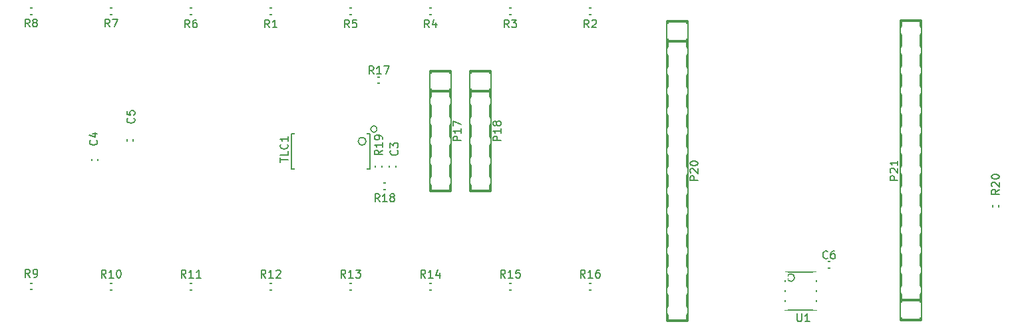
<source format=gbr>
G04 #@! TF.FileFunction,Legend,Top*
%FSLAX46Y46*%
G04 Gerber Fmt 4.6, Leading zero omitted, Abs format (unit mm)*
G04 Created by KiCad (PCBNEW (2015-09-30 BZR 6232)-product) date Fri 09 Oct 2015 07:53:00 AM EEST*
%MOMM*%
G01*
G04 APERTURE LIST*
%ADD10C,0.100000*%
%ADD11C,0.127000*%
%ADD12C,0.304800*%
%ADD13C,0.150000*%
%ADD14O,2.599640X1.924000*%
%ADD15O,2.597100X1.924000*%
%ADD16R,3.399740X3.399740*%
%ADD17C,3.399740*%
%ADD18O,2.899360X1.901140*%
%ADD19R,1.400760X1.299160*%
%ADD20R,2.599640X1.924000*%
%ADD21R,1.299160X1.400760*%
%ADD22R,0.700000X2.000000*%
%ADD23R,6.570000X2.800000*%
%ADD24R,2.398980X0.999440*%
%ADD25R,1.700000X1.700000*%
%ADD26C,1.700000*%
%ADD27R,1.924000X2.599640*%
%ADD28O,1.924000X2.599640*%
G04 APERTURE END LIST*
D10*
D11*
X126843600Y-114308800D02*
X127656400Y-114308800D01*
X127631000Y-113191200D02*
X126843600Y-113191200D01*
X127656400Y-112937200D02*
X127656400Y-114562800D01*
X127656400Y-114562800D02*
X126843600Y-114562800D01*
X126843600Y-114562800D02*
X126843600Y-112937200D01*
X126843600Y-112937200D02*
X127656400Y-112937200D01*
X88943600Y-113459840D02*
X89756400Y-113459840D01*
X89731000Y-112342240D02*
X88943600Y-112342240D01*
X89756400Y-112088240D02*
X89756400Y-113713840D01*
X89756400Y-113713840D02*
X88943600Y-113713840D01*
X88943600Y-113713840D02*
X88943600Y-112088240D01*
X88943600Y-112088240D02*
X89756400Y-112088240D01*
D12*
X134620000Y-104140000D02*
X132080000Y-104140000D01*
X132080000Y-101600000D02*
X134620000Y-101600000D01*
X134620000Y-101600000D02*
X134620000Y-116840000D01*
X134620000Y-116840000D02*
X132080000Y-116840000D01*
X132080000Y-116840000D02*
X132080000Y-101600000D01*
X139700000Y-104140000D02*
X137160000Y-104140000D01*
X137160000Y-101600000D02*
X139700000Y-101600000D01*
X139700000Y-101600000D02*
X139700000Y-116840000D01*
X139700000Y-116840000D02*
X137160000Y-116840000D01*
X137160000Y-116840000D02*
X137160000Y-101600000D01*
D11*
X111201200Y-93573600D02*
X111201200Y-94386400D01*
X112318800Y-94361000D02*
X112318800Y-93573600D01*
X112572800Y-94386400D02*
X110947200Y-94386400D01*
X110947200Y-94386400D02*
X110947200Y-93573600D01*
X110947200Y-93573600D02*
X112572800Y-93573600D01*
X112572800Y-93573600D02*
X112572800Y-94386400D01*
X151841200Y-93573600D02*
X151841200Y-94386400D01*
X152958800Y-94361000D02*
X152958800Y-93573600D01*
X153212800Y-94386400D02*
X151587200Y-94386400D01*
X151587200Y-94386400D02*
X151587200Y-93573600D01*
X151587200Y-93573600D02*
X153212800Y-93573600D01*
X153212800Y-93573600D02*
X153212800Y-94386400D01*
X141681200Y-93573600D02*
X141681200Y-94386400D01*
X142798800Y-94361000D02*
X142798800Y-93573600D01*
X143052800Y-94386400D02*
X141427200Y-94386400D01*
X141427200Y-94386400D02*
X141427200Y-93573600D01*
X141427200Y-93573600D02*
X143052800Y-93573600D01*
X143052800Y-93573600D02*
X143052800Y-94386400D01*
X131521200Y-93573600D02*
X131521200Y-94386400D01*
X132638800Y-94361000D02*
X132638800Y-93573600D01*
X132892800Y-94386400D02*
X131267200Y-94386400D01*
X131267200Y-94386400D02*
X131267200Y-93573600D01*
X131267200Y-93573600D02*
X132892800Y-93573600D01*
X132892800Y-93573600D02*
X132892800Y-94386400D01*
X121361200Y-93573600D02*
X121361200Y-94386400D01*
X122478800Y-94361000D02*
X122478800Y-93573600D01*
X122732800Y-94386400D02*
X121107200Y-94386400D01*
X121107200Y-94386400D02*
X121107200Y-93573600D01*
X121107200Y-93573600D02*
X122732800Y-93573600D01*
X122732800Y-93573600D02*
X122732800Y-94386400D01*
X101041200Y-93573600D02*
X101041200Y-94386400D01*
X102158800Y-94361000D02*
X102158800Y-93573600D01*
X102412800Y-94386400D02*
X100787200Y-94386400D01*
X100787200Y-94386400D02*
X100787200Y-93573600D01*
X100787200Y-93573600D02*
X102412800Y-93573600D01*
X102412800Y-93573600D02*
X102412800Y-94386400D01*
X90881200Y-93573600D02*
X90881200Y-94386400D01*
X91998800Y-94361000D02*
X91998800Y-93573600D01*
X92252800Y-94386400D02*
X90627200Y-94386400D01*
X90627200Y-94386400D02*
X90627200Y-93573600D01*
X90627200Y-93573600D02*
X92252800Y-93573600D01*
X92252800Y-93573600D02*
X92252800Y-94386400D01*
X80721200Y-93573600D02*
X80721200Y-94386400D01*
X81838800Y-94361000D02*
X81838800Y-93573600D01*
X82092800Y-94386400D02*
X80467200Y-94386400D01*
X80467200Y-94386400D02*
X80467200Y-93573600D01*
X80467200Y-93573600D02*
X82092800Y-93573600D01*
X82092800Y-93573600D02*
X82092800Y-94386400D01*
X81838800Y-129372996D02*
X81838800Y-128560196D01*
X80721200Y-128585596D02*
X80721200Y-129372996D01*
X80467200Y-128560196D02*
X82092800Y-128560196D01*
X82092800Y-128560196D02*
X82092800Y-129372996D01*
X82092800Y-129372996D02*
X80467200Y-129372996D01*
X80467200Y-129372996D02*
X80467200Y-128560196D01*
X91998800Y-129446400D02*
X91998800Y-128633600D01*
X90881200Y-128659000D02*
X90881200Y-129446400D01*
X90627200Y-128633600D02*
X92252800Y-128633600D01*
X92252800Y-128633600D02*
X92252800Y-129446400D01*
X92252800Y-129446400D02*
X90627200Y-129446400D01*
X90627200Y-129446400D02*
X90627200Y-128633600D01*
X102158800Y-129446400D02*
X102158800Y-128633600D01*
X101041200Y-128659000D02*
X101041200Y-129446400D01*
X100787200Y-128633600D02*
X102412800Y-128633600D01*
X102412800Y-128633600D02*
X102412800Y-129446400D01*
X102412800Y-129446400D02*
X100787200Y-129446400D01*
X100787200Y-129446400D02*
X100787200Y-128633600D01*
X112318800Y-129446400D02*
X112318800Y-128633600D01*
X111201200Y-128659000D02*
X111201200Y-129446400D01*
X110947200Y-128633600D02*
X112572800Y-128633600D01*
X112572800Y-128633600D02*
X112572800Y-129446400D01*
X112572800Y-129446400D02*
X110947200Y-129446400D01*
X110947200Y-129446400D02*
X110947200Y-128633600D01*
X122478800Y-129446400D02*
X122478800Y-128633600D01*
X121361200Y-128659000D02*
X121361200Y-129446400D01*
X121107200Y-128633600D02*
X122732800Y-128633600D01*
X122732800Y-128633600D02*
X122732800Y-129446400D01*
X122732800Y-129446400D02*
X121107200Y-129446400D01*
X121107200Y-129446400D02*
X121107200Y-128633600D01*
X132638800Y-129446400D02*
X132638800Y-128633600D01*
X131521200Y-128659000D02*
X131521200Y-129446400D01*
X131267200Y-128633600D02*
X132892800Y-128633600D01*
X132892800Y-128633600D02*
X132892800Y-129446400D01*
X132892800Y-129446400D02*
X131267200Y-129446400D01*
X131267200Y-129446400D02*
X131267200Y-128633600D01*
X142798800Y-129446400D02*
X142798800Y-128633600D01*
X141681200Y-128659000D02*
X141681200Y-129446400D01*
X141427200Y-128633600D02*
X143052800Y-128633600D01*
X143052800Y-128633600D02*
X143052800Y-129446400D01*
X143052800Y-129446400D02*
X141427200Y-129446400D01*
X141427200Y-129446400D02*
X141427200Y-128633600D01*
X152958800Y-129446400D02*
X152958800Y-128633600D01*
X151841200Y-128659000D02*
X151841200Y-129446400D01*
X151587200Y-128633600D02*
X153212800Y-128633600D01*
X153212800Y-128633600D02*
X153212800Y-129446400D01*
X153212800Y-129446400D02*
X151587200Y-129446400D01*
X151587200Y-129446400D02*
X151587200Y-128633600D01*
X126058800Y-103156400D02*
X126058800Y-102343600D01*
X124941200Y-102369000D02*
X124941200Y-103156400D01*
X124687200Y-102343600D02*
X126312800Y-102343600D01*
X126312800Y-102343600D02*
X126312800Y-103156400D01*
X126312800Y-103156400D02*
X124687200Y-103156400D01*
X124687200Y-103156400D02*
X124687200Y-102343600D01*
X125691200Y-115843600D02*
X125691200Y-116656400D01*
X126808800Y-116631000D02*
X126808800Y-115843600D01*
X127062800Y-116656400D02*
X125437200Y-116656400D01*
X125437200Y-116656400D02*
X125437200Y-115843600D01*
X125437200Y-115843600D02*
X127062800Y-115843600D01*
X127062800Y-115843600D02*
X127062800Y-116656400D01*
X125093600Y-114308800D02*
X125906400Y-114308800D01*
X125881000Y-113191200D02*
X125093600Y-113191200D01*
X125906400Y-112937200D02*
X125906400Y-114562800D01*
X125906400Y-114562800D02*
X125093600Y-114562800D01*
X125093600Y-114562800D02*
X125093600Y-112937200D01*
X125093600Y-112937200D02*
X125906400Y-112937200D01*
D13*
X125280000Y-108960000D02*
G75*
G03X125280000Y-108960000I-400000J0D01*
G01*
X123880000Y-110510000D02*
G75*
G03X123880000Y-110510000I-500000J0D01*
G01*
X114380000Y-114010000D02*
X124380000Y-114010000D01*
X124380000Y-114010000D02*
X124380000Y-109510000D01*
X124380000Y-109510000D02*
X114380000Y-109510000D01*
X114380000Y-109510000D02*
X114380000Y-114010000D01*
D11*
X181161200Y-127127000D02*
X177198800Y-127127000D01*
X177198800Y-127127000D02*
X177198800Y-131953000D01*
X177198800Y-131953000D02*
X181161200Y-131953000D01*
X181161200Y-131953000D02*
X181161200Y-127127000D01*
X181161200Y-127635000D02*
X182253400Y-127635000D01*
X181161200Y-128905000D02*
X182253400Y-128905000D01*
X181161200Y-130175000D02*
X182253400Y-130175000D01*
X182253400Y-131445000D02*
X181161200Y-131445000D01*
X177198800Y-131445000D02*
X176106600Y-131445000D01*
X176106600Y-130175000D02*
X177198800Y-130175000D01*
X176106600Y-128905000D02*
X177198800Y-128905000D01*
X176106600Y-127635000D02*
X177198800Y-127635000D01*
X178407867Y-127863600D02*
G75*
G03X178407867Y-127863600I-472467J0D01*
G01*
X94256400Y-109842240D02*
X93443600Y-109842240D01*
X93469000Y-110959840D02*
X94256400Y-110959840D01*
X93443600Y-111213840D02*
X93443600Y-109588240D01*
X93443600Y-109588240D02*
X94256400Y-109588240D01*
X94256400Y-109588240D02*
X94256400Y-111213840D01*
X94256400Y-111213840D02*
X93443600Y-111213840D01*
X182231200Y-125843600D02*
X182231200Y-126656400D01*
X183348800Y-126631000D02*
X183348800Y-125843600D01*
X183602800Y-126656400D02*
X181977200Y-126656400D01*
X181977200Y-126656400D02*
X181977200Y-125843600D01*
X181977200Y-125843600D02*
X183602800Y-125843600D01*
X183602800Y-125843600D02*
X183602800Y-126656400D01*
X204406400Y-118191200D02*
X203593600Y-118191200D01*
X203619000Y-119308800D02*
X204406400Y-119308800D01*
X203593600Y-119562800D02*
X203593600Y-117937200D01*
X203593600Y-117937200D02*
X204406400Y-117937200D01*
X204406400Y-117937200D02*
X204406400Y-119562800D01*
X204406400Y-119562800D02*
X203593600Y-119562800D01*
D12*
X162230000Y-133330000D02*
X162230000Y-95230000D01*
X164770000Y-95230000D02*
X164770000Y-133330000D01*
X164770000Y-133330000D02*
X162230000Y-133330000D01*
X164770000Y-97770000D02*
X162230000Y-97770000D01*
X162230000Y-95230000D02*
X164770000Y-95230000D01*
X194520000Y-95200000D02*
X194520000Y-133300000D01*
X191980000Y-133300000D02*
X191980000Y-95200000D01*
X191980000Y-95200000D02*
X194520000Y-95200000D01*
X191980000Y-130760000D02*
X194520000Y-130760000D01*
X194520000Y-133300000D02*
X191980000Y-133300000D01*
D13*
X127857143Y-111666666D02*
X127904762Y-111714285D01*
X127952381Y-111857142D01*
X127952381Y-111952380D01*
X127904762Y-112095238D01*
X127809524Y-112190476D01*
X127714286Y-112238095D01*
X127523810Y-112285714D01*
X127380952Y-112285714D01*
X127190476Y-112238095D01*
X127095238Y-112190476D01*
X127000000Y-112095238D01*
X126952381Y-111952380D01*
X126952381Y-111857142D01*
X127000000Y-111714285D01*
X127047619Y-111666666D01*
X126952381Y-111333333D02*
X126952381Y-110714285D01*
X127333333Y-111047619D01*
X127333333Y-110904761D01*
X127380952Y-110809523D01*
X127428571Y-110761904D01*
X127523810Y-110714285D01*
X127761905Y-110714285D01*
X127857143Y-110761904D01*
X127904762Y-110809523D01*
X127952381Y-110904761D01*
X127952381Y-111190476D01*
X127904762Y-111285714D01*
X127857143Y-111333333D01*
X89607143Y-110366666D02*
X89654762Y-110414285D01*
X89702381Y-110557142D01*
X89702381Y-110652380D01*
X89654762Y-110795238D01*
X89559524Y-110890476D01*
X89464286Y-110938095D01*
X89273810Y-110985714D01*
X89130952Y-110985714D01*
X88940476Y-110938095D01*
X88845238Y-110890476D01*
X88750000Y-110795238D01*
X88702381Y-110652380D01*
X88702381Y-110557142D01*
X88750000Y-110414285D01*
X88797619Y-110366666D01*
X89035714Y-109509523D02*
X89702381Y-109509523D01*
X88654762Y-109747619D02*
X89369048Y-109985714D01*
X89369048Y-109366666D01*
X135961381Y-110434286D02*
X134961381Y-110434286D01*
X134961381Y-110053333D01*
X135009000Y-109958095D01*
X135056619Y-109910476D01*
X135151857Y-109862857D01*
X135294714Y-109862857D01*
X135389952Y-109910476D01*
X135437571Y-109958095D01*
X135485190Y-110053333D01*
X135485190Y-110434286D01*
X135961381Y-108910476D02*
X135961381Y-109481905D01*
X135961381Y-109196191D02*
X134961381Y-109196191D01*
X135104238Y-109291429D01*
X135199476Y-109386667D01*
X135247095Y-109481905D01*
X134961381Y-108577143D02*
X134961381Y-107910476D01*
X135961381Y-108339048D01*
X141041381Y-110434286D02*
X140041381Y-110434286D01*
X140041381Y-110053333D01*
X140089000Y-109958095D01*
X140136619Y-109910476D01*
X140231857Y-109862857D01*
X140374714Y-109862857D01*
X140469952Y-109910476D01*
X140517571Y-109958095D01*
X140565190Y-110053333D01*
X140565190Y-110434286D01*
X141041381Y-108910476D02*
X141041381Y-109481905D01*
X141041381Y-109196191D02*
X140041381Y-109196191D01*
X140184238Y-109291429D01*
X140279476Y-109386667D01*
X140327095Y-109481905D01*
X140469952Y-108339048D02*
X140422333Y-108434286D01*
X140374714Y-108481905D01*
X140279476Y-108529524D01*
X140231857Y-108529524D01*
X140136619Y-108481905D01*
X140089000Y-108434286D01*
X140041381Y-108339048D01*
X140041381Y-108148571D01*
X140089000Y-108053333D01*
X140136619Y-108005714D01*
X140231857Y-107958095D01*
X140279476Y-107958095D01*
X140374714Y-108005714D01*
X140422333Y-108053333D01*
X140469952Y-108148571D01*
X140469952Y-108339048D01*
X140517571Y-108434286D01*
X140565190Y-108481905D01*
X140660429Y-108529524D01*
X140850905Y-108529524D01*
X140946143Y-108481905D01*
X140993762Y-108434286D01*
X141041381Y-108339048D01*
X141041381Y-108148571D01*
X140993762Y-108053333D01*
X140946143Y-108005714D01*
X140850905Y-107958095D01*
X140660429Y-107958095D01*
X140565190Y-108005714D01*
X140517571Y-108053333D01*
X140469952Y-108148571D01*
X111593334Y-96041981D02*
X111260000Y-95565790D01*
X111021905Y-96041981D02*
X111021905Y-95041981D01*
X111402858Y-95041981D01*
X111498096Y-95089600D01*
X111545715Y-95137219D01*
X111593334Y-95232457D01*
X111593334Y-95375314D01*
X111545715Y-95470552D01*
X111498096Y-95518171D01*
X111402858Y-95565790D01*
X111021905Y-95565790D01*
X112545715Y-96041981D02*
X111974286Y-96041981D01*
X112260000Y-96041981D02*
X112260000Y-95041981D01*
X112164762Y-95184838D01*
X112069524Y-95280076D01*
X111974286Y-95327695D01*
X152233334Y-96041981D02*
X151900000Y-95565790D01*
X151661905Y-96041981D02*
X151661905Y-95041981D01*
X152042858Y-95041981D01*
X152138096Y-95089600D01*
X152185715Y-95137219D01*
X152233334Y-95232457D01*
X152233334Y-95375314D01*
X152185715Y-95470552D01*
X152138096Y-95518171D01*
X152042858Y-95565790D01*
X151661905Y-95565790D01*
X152614286Y-95137219D02*
X152661905Y-95089600D01*
X152757143Y-95041981D01*
X152995239Y-95041981D01*
X153090477Y-95089600D01*
X153138096Y-95137219D01*
X153185715Y-95232457D01*
X153185715Y-95327695D01*
X153138096Y-95470552D01*
X152566667Y-96041981D01*
X153185715Y-96041981D01*
X142073334Y-96041981D02*
X141740000Y-95565790D01*
X141501905Y-96041981D02*
X141501905Y-95041981D01*
X141882858Y-95041981D01*
X141978096Y-95089600D01*
X142025715Y-95137219D01*
X142073334Y-95232457D01*
X142073334Y-95375314D01*
X142025715Y-95470552D01*
X141978096Y-95518171D01*
X141882858Y-95565790D01*
X141501905Y-95565790D01*
X142406667Y-95041981D02*
X143025715Y-95041981D01*
X142692381Y-95422933D01*
X142835239Y-95422933D01*
X142930477Y-95470552D01*
X142978096Y-95518171D01*
X143025715Y-95613410D01*
X143025715Y-95851505D01*
X142978096Y-95946743D01*
X142930477Y-95994362D01*
X142835239Y-96041981D01*
X142549524Y-96041981D01*
X142454286Y-95994362D01*
X142406667Y-95946743D01*
X131913334Y-96041981D02*
X131580000Y-95565790D01*
X131341905Y-96041981D02*
X131341905Y-95041981D01*
X131722858Y-95041981D01*
X131818096Y-95089600D01*
X131865715Y-95137219D01*
X131913334Y-95232457D01*
X131913334Y-95375314D01*
X131865715Y-95470552D01*
X131818096Y-95518171D01*
X131722858Y-95565790D01*
X131341905Y-95565790D01*
X132770477Y-95375314D02*
X132770477Y-96041981D01*
X132532381Y-94994362D02*
X132294286Y-95708648D01*
X132913334Y-95708648D01*
X121753334Y-96041981D02*
X121420000Y-95565790D01*
X121181905Y-96041981D02*
X121181905Y-95041981D01*
X121562858Y-95041981D01*
X121658096Y-95089600D01*
X121705715Y-95137219D01*
X121753334Y-95232457D01*
X121753334Y-95375314D01*
X121705715Y-95470552D01*
X121658096Y-95518171D01*
X121562858Y-95565790D01*
X121181905Y-95565790D01*
X122658096Y-95041981D02*
X122181905Y-95041981D01*
X122134286Y-95518171D01*
X122181905Y-95470552D01*
X122277143Y-95422933D01*
X122515239Y-95422933D01*
X122610477Y-95470552D01*
X122658096Y-95518171D01*
X122705715Y-95613410D01*
X122705715Y-95851505D01*
X122658096Y-95946743D01*
X122610477Y-95994362D01*
X122515239Y-96041981D01*
X122277143Y-96041981D01*
X122181905Y-95994362D01*
X122134286Y-95946743D01*
X101433334Y-96041981D02*
X101100000Y-95565790D01*
X100861905Y-96041981D02*
X100861905Y-95041981D01*
X101242858Y-95041981D01*
X101338096Y-95089600D01*
X101385715Y-95137219D01*
X101433334Y-95232457D01*
X101433334Y-95375314D01*
X101385715Y-95470552D01*
X101338096Y-95518171D01*
X101242858Y-95565790D01*
X100861905Y-95565790D01*
X102290477Y-95041981D02*
X102100000Y-95041981D01*
X102004762Y-95089600D01*
X101957143Y-95137219D01*
X101861905Y-95280076D01*
X101814286Y-95470552D01*
X101814286Y-95851505D01*
X101861905Y-95946743D01*
X101909524Y-95994362D01*
X102004762Y-96041981D01*
X102195239Y-96041981D01*
X102290477Y-95994362D01*
X102338096Y-95946743D01*
X102385715Y-95851505D01*
X102385715Y-95613410D01*
X102338096Y-95518171D01*
X102290477Y-95470552D01*
X102195239Y-95422933D01*
X102004762Y-95422933D01*
X101909524Y-95470552D01*
X101861905Y-95518171D01*
X101814286Y-95613410D01*
X91273334Y-95952381D02*
X90940000Y-95476190D01*
X90701905Y-95952381D02*
X90701905Y-94952381D01*
X91082858Y-94952381D01*
X91178096Y-95000000D01*
X91225715Y-95047619D01*
X91273334Y-95142857D01*
X91273334Y-95285714D01*
X91225715Y-95380952D01*
X91178096Y-95428571D01*
X91082858Y-95476190D01*
X90701905Y-95476190D01*
X91606667Y-94952381D02*
X92273334Y-94952381D01*
X91844762Y-95952381D01*
X81083334Y-95952381D02*
X80750000Y-95476190D01*
X80511905Y-95952381D02*
X80511905Y-94952381D01*
X80892858Y-94952381D01*
X80988096Y-95000000D01*
X81035715Y-95047619D01*
X81083334Y-95142857D01*
X81083334Y-95285714D01*
X81035715Y-95380952D01*
X80988096Y-95428571D01*
X80892858Y-95476190D01*
X80511905Y-95476190D01*
X81654762Y-95380952D02*
X81559524Y-95333333D01*
X81511905Y-95285714D01*
X81464286Y-95190476D01*
X81464286Y-95142857D01*
X81511905Y-95047619D01*
X81559524Y-95000000D01*
X81654762Y-94952381D01*
X81845239Y-94952381D01*
X81940477Y-95000000D01*
X81988096Y-95047619D01*
X82035715Y-95142857D01*
X82035715Y-95190476D01*
X81988096Y-95285714D01*
X81940477Y-95333333D01*
X81845239Y-95380952D01*
X81654762Y-95380952D01*
X81559524Y-95428571D01*
X81511905Y-95476190D01*
X81464286Y-95571429D01*
X81464286Y-95761905D01*
X81511905Y-95857143D01*
X81559524Y-95904762D01*
X81654762Y-95952381D01*
X81845239Y-95952381D01*
X81940477Y-95904762D01*
X81988096Y-95857143D01*
X82035715Y-95761905D01*
X82035715Y-95571429D01*
X81988096Y-95476190D01*
X81940477Y-95428571D01*
X81845239Y-95380952D01*
X81113334Y-127809377D02*
X80780000Y-127333186D01*
X80541905Y-127809377D02*
X80541905Y-126809377D01*
X80922858Y-126809377D01*
X81018096Y-126856996D01*
X81065715Y-126904615D01*
X81113334Y-126999853D01*
X81113334Y-127142710D01*
X81065715Y-127237948D01*
X81018096Y-127285567D01*
X80922858Y-127333186D01*
X80541905Y-127333186D01*
X81589524Y-127809377D02*
X81780000Y-127809377D01*
X81875239Y-127761758D01*
X81922858Y-127714139D01*
X82018096Y-127571282D01*
X82065715Y-127380806D01*
X82065715Y-126999853D01*
X82018096Y-126904615D01*
X81970477Y-126856996D01*
X81875239Y-126809377D01*
X81684762Y-126809377D01*
X81589524Y-126856996D01*
X81541905Y-126904615D01*
X81494286Y-126999853D01*
X81494286Y-127237948D01*
X81541905Y-127333186D01*
X81589524Y-127380806D01*
X81684762Y-127428425D01*
X81875239Y-127428425D01*
X81970477Y-127380806D01*
X82018096Y-127333186D01*
X82065715Y-127237948D01*
X90797143Y-127882781D02*
X90463809Y-127406590D01*
X90225714Y-127882781D02*
X90225714Y-126882781D01*
X90606667Y-126882781D01*
X90701905Y-126930400D01*
X90749524Y-126978019D01*
X90797143Y-127073257D01*
X90797143Y-127216114D01*
X90749524Y-127311352D01*
X90701905Y-127358971D01*
X90606667Y-127406590D01*
X90225714Y-127406590D01*
X91749524Y-127882781D02*
X91178095Y-127882781D01*
X91463809Y-127882781D02*
X91463809Y-126882781D01*
X91368571Y-127025638D01*
X91273333Y-127120876D01*
X91178095Y-127168495D01*
X92368571Y-126882781D02*
X92463810Y-126882781D01*
X92559048Y-126930400D01*
X92606667Y-126978019D01*
X92654286Y-127073257D01*
X92701905Y-127263733D01*
X92701905Y-127501829D01*
X92654286Y-127692305D01*
X92606667Y-127787543D01*
X92559048Y-127835162D01*
X92463810Y-127882781D01*
X92368571Y-127882781D01*
X92273333Y-127835162D01*
X92225714Y-127787543D01*
X92178095Y-127692305D01*
X92130476Y-127501829D01*
X92130476Y-127263733D01*
X92178095Y-127073257D01*
X92225714Y-126978019D01*
X92273333Y-126930400D01*
X92368571Y-126882781D01*
X100957143Y-127882781D02*
X100623809Y-127406590D01*
X100385714Y-127882781D02*
X100385714Y-126882781D01*
X100766667Y-126882781D01*
X100861905Y-126930400D01*
X100909524Y-126978019D01*
X100957143Y-127073257D01*
X100957143Y-127216114D01*
X100909524Y-127311352D01*
X100861905Y-127358971D01*
X100766667Y-127406590D01*
X100385714Y-127406590D01*
X101909524Y-127882781D02*
X101338095Y-127882781D01*
X101623809Y-127882781D02*
X101623809Y-126882781D01*
X101528571Y-127025638D01*
X101433333Y-127120876D01*
X101338095Y-127168495D01*
X102861905Y-127882781D02*
X102290476Y-127882781D01*
X102576190Y-127882781D02*
X102576190Y-126882781D01*
X102480952Y-127025638D01*
X102385714Y-127120876D01*
X102290476Y-127168495D01*
X111117143Y-127882781D02*
X110783809Y-127406590D01*
X110545714Y-127882781D02*
X110545714Y-126882781D01*
X110926667Y-126882781D01*
X111021905Y-126930400D01*
X111069524Y-126978019D01*
X111117143Y-127073257D01*
X111117143Y-127216114D01*
X111069524Y-127311352D01*
X111021905Y-127358971D01*
X110926667Y-127406590D01*
X110545714Y-127406590D01*
X112069524Y-127882781D02*
X111498095Y-127882781D01*
X111783809Y-127882781D02*
X111783809Y-126882781D01*
X111688571Y-127025638D01*
X111593333Y-127120876D01*
X111498095Y-127168495D01*
X112450476Y-126978019D02*
X112498095Y-126930400D01*
X112593333Y-126882781D01*
X112831429Y-126882781D01*
X112926667Y-126930400D01*
X112974286Y-126978019D01*
X113021905Y-127073257D01*
X113021905Y-127168495D01*
X112974286Y-127311352D01*
X112402857Y-127882781D01*
X113021905Y-127882781D01*
X121277143Y-127882781D02*
X120943809Y-127406590D01*
X120705714Y-127882781D02*
X120705714Y-126882781D01*
X121086667Y-126882781D01*
X121181905Y-126930400D01*
X121229524Y-126978019D01*
X121277143Y-127073257D01*
X121277143Y-127216114D01*
X121229524Y-127311352D01*
X121181905Y-127358971D01*
X121086667Y-127406590D01*
X120705714Y-127406590D01*
X122229524Y-127882781D02*
X121658095Y-127882781D01*
X121943809Y-127882781D02*
X121943809Y-126882781D01*
X121848571Y-127025638D01*
X121753333Y-127120876D01*
X121658095Y-127168495D01*
X122562857Y-126882781D02*
X123181905Y-126882781D01*
X122848571Y-127263733D01*
X122991429Y-127263733D01*
X123086667Y-127311352D01*
X123134286Y-127358971D01*
X123181905Y-127454210D01*
X123181905Y-127692305D01*
X123134286Y-127787543D01*
X123086667Y-127835162D01*
X122991429Y-127882781D01*
X122705714Y-127882781D01*
X122610476Y-127835162D01*
X122562857Y-127787543D01*
X131437143Y-127882781D02*
X131103809Y-127406590D01*
X130865714Y-127882781D02*
X130865714Y-126882781D01*
X131246667Y-126882781D01*
X131341905Y-126930400D01*
X131389524Y-126978019D01*
X131437143Y-127073257D01*
X131437143Y-127216114D01*
X131389524Y-127311352D01*
X131341905Y-127358971D01*
X131246667Y-127406590D01*
X130865714Y-127406590D01*
X132389524Y-127882781D02*
X131818095Y-127882781D01*
X132103809Y-127882781D02*
X132103809Y-126882781D01*
X132008571Y-127025638D01*
X131913333Y-127120876D01*
X131818095Y-127168495D01*
X133246667Y-127216114D02*
X133246667Y-127882781D01*
X133008571Y-126835162D02*
X132770476Y-127549448D01*
X133389524Y-127549448D01*
X141597143Y-127882781D02*
X141263809Y-127406590D01*
X141025714Y-127882781D02*
X141025714Y-126882781D01*
X141406667Y-126882781D01*
X141501905Y-126930400D01*
X141549524Y-126978019D01*
X141597143Y-127073257D01*
X141597143Y-127216114D01*
X141549524Y-127311352D01*
X141501905Y-127358971D01*
X141406667Y-127406590D01*
X141025714Y-127406590D01*
X142549524Y-127882781D02*
X141978095Y-127882781D01*
X142263809Y-127882781D02*
X142263809Y-126882781D01*
X142168571Y-127025638D01*
X142073333Y-127120876D01*
X141978095Y-127168495D01*
X143454286Y-126882781D02*
X142978095Y-126882781D01*
X142930476Y-127358971D01*
X142978095Y-127311352D01*
X143073333Y-127263733D01*
X143311429Y-127263733D01*
X143406667Y-127311352D01*
X143454286Y-127358971D01*
X143501905Y-127454210D01*
X143501905Y-127692305D01*
X143454286Y-127787543D01*
X143406667Y-127835162D01*
X143311429Y-127882781D01*
X143073333Y-127882781D01*
X142978095Y-127835162D01*
X142930476Y-127787543D01*
X151757143Y-127882781D02*
X151423809Y-127406590D01*
X151185714Y-127882781D02*
X151185714Y-126882781D01*
X151566667Y-126882781D01*
X151661905Y-126930400D01*
X151709524Y-126978019D01*
X151757143Y-127073257D01*
X151757143Y-127216114D01*
X151709524Y-127311352D01*
X151661905Y-127358971D01*
X151566667Y-127406590D01*
X151185714Y-127406590D01*
X152709524Y-127882781D02*
X152138095Y-127882781D01*
X152423809Y-127882781D02*
X152423809Y-126882781D01*
X152328571Y-127025638D01*
X152233333Y-127120876D01*
X152138095Y-127168495D01*
X153566667Y-126882781D02*
X153376190Y-126882781D01*
X153280952Y-126930400D01*
X153233333Y-126978019D01*
X153138095Y-127120876D01*
X153090476Y-127311352D01*
X153090476Y-127692305D01*
X153138095Y-127787543D01*
X153185714Y-127835162D01*
X153280952Y-127882781D01*
X153471429Y-127882781D01*
X153566667Y-127835162D01*
X153614286Y-127787543D01*
X153661905Y-127692305D01*
X153661905Y-127454210D01*
X153614286Y-127358971D01*
X153566667Y-127311352D01*
X153471429Y-127263733D01*
X153280952Y-127263733D01*
X153185714Y-127311352D01*
X153138095Y-127358971D01*
X153090476Y-127454210D01*
X124857143Y-101952381D02*
X124523809Y-101476190D01*
X124285714Y-101952381D02*
X124285714Y-100952381D01*
X124666667Y-100952381D01*
X124761905Y-101000000D01*
X124809524Y-101047619D01*
X124857143Y-101142857D01*
X124857143Y-101285714D01*
X124809524Y-101380952D01*
X124761905Y-101428571D01*
X124666667Y-101476190D01*
X124285714Y-101476190D01*
X125809524Y-101952381D02*
X125238095Y-101952381D01*
X125523809Y-101952381D02*
X125523809Y-100952381D01*
X125428571Y-101095238D01*
X125333333Y-101190476D01*
X125238095Y-101238095D01*
X126142857Y-100952381D02*
X126809524Y-100952381D01*
X126380952Y-101952381D01*
X125607143Y-118202381D02*
X125273809Y-117726190D01*
X125035714Y-118202381D02*
X125035714Y-117202381D01*
X125416667Y-117202381D01*
X125511905Y-117250000D01*
X125559524Y-117297619D01*
X125607143Y-117392857D01*
X125607143Y-117535714D01*
X125559524Y-117630952D01*
X125511905Y-117678571D01*
X125416667Y-117726190D01*
X125035714Y-117726190D01*
X126559524Y-118202381D02*
X125988095Y-118202381D01*
X126273809Y-118202381D02*
X126273809Y-117202381D01*
X126178571Y-117345238D01*
X126083333Y-117440476D01*
X125988095Y-117488095D01*
X127130952Y-117630952D02*
X127035714Y-117583333D01*
X126988095Y-117535714D01*
X126940476Y-117440476D01*
X126940476Y-117392857D01*
X126988095Y-117297619D01*
X127035714Y-117250000D01*
X127130952Y-117202381D01*
X127321429Y-117202381D01*
X127416667Y-117250000D01*
X127464286Y-117297619D01*
X127511905Y-117392857D01*
X127511905Y-117440476D01*
X127464286Y-117535714D01*
X127416667Y-117583333D01*
X127321429Y-117630952D01*
X127130952Y-117630952D01*
X127035714Y-117678571D01*
X126988095Y-117726190D01*
X126940476Y-117821429D01*
X126940476Y-118011905D01*
X126988095Y-118107143D01*
X127035714Y-118154762D01*
X127130952Y-118202381D01*
X127321429Y-118202381D01*
X127416667Y-118154762D01*
X127464286Y-118107143D01*
X127511905Y-118011905D01*
X127511905Y-117821429D01*
X127464286Y-117726190D01*
X127416667Y-117678571D01*
X127321429Y-117630952D01*
X125952381Y-111642857D02*
X125476190Y-111976191D01*
X125952381Y-112214286D02*
X124952381Y-112214286D01*
X124952381Y-111833333D01*
X125000000Y-111738095D01*
X125047619Y-111690476D01*
X125142857Y-111642857D01*
X125285714Y-111642857D01*
X125380952Y-111690476D01*
X125428571Y-111738095D01*
X125476190Y-111833333D01*
X125476190Y-112214286D01*
X125952381Y-110690476D02*
X125952381Y-111261905D01*
X125952381Y-110976191D02*
X124952381Y-110976191D01*
X125095238Y-111071429D01*
X125190476Y-111166667D01*
X125238095Y-111261905D01*
X125952381Y-110214286D02*
X125952381Y-110023810D01*
X125904762Y-109928571D01*
X125857143Y-109880952D01*
X125714286Y-109785714D01*
X125523810Y-109738095D01*
X125142857Y-109738095D01*
X125047619Y-109785714D01*
X125000000Y-109833333D01*
X124952381Y-109928571D01*
X124952381Y-110119048D01*
X125000000Y-110214286D01*
X125047619Y-110261905D01*
X125142857Y-110309524D01*
X125380952Y-110309524D01*
X125476190Y-110261905D01*
X125523810Y-110214286D01*
X125571429Y-110119048D01*
X125571429Y-109928571D01*
X125523810Y-109833333D01*
X125476190Y-109785714D01*
X125380952Y-109738095D01*
X112952381Y-113166667D02*
X112952381Y-112595238D01*
X113952381Y-112880953D02*
X112952381Y-112880953D01*
X113952381Y-111785714D02*
X113952381Y-112261905D01*
X112952381Y-112261905D01*
X113857143Y-110880952D02*
X113904762Y-110928571D01*
X113952381Y-111071428D01*
X113952381Y-111166666D01*
X113904762Y-111309524D01*
X113809524Y-111404762D01*
X113714286Y-111452381D01*
X113523810Y-111500000D01*
X113380952Y-111500000D01*
X113190476Y-111452381D01*
X113095238Y-111404762D01*
X113000000Y-111309524D01*
X112952381Y-111166666D01*
X112952381Y-111071428D01*
X113000000Y-110928571D01*
X113047619Y-110880952D01*
X113952381Y-109928571D02*
X113952381Y-110500000D01*
X113952381Y-110214286D02*
X112952381Y-110214286D01*
X113095238Y-110309524D01*
X113190476Y-110404762D01*
X113238095Y-110500000D01*
X178738095Y-132452381D02*
X178738095Y-133261905D01*
X178785714Y-133357143D01*
X178833333Y-133404762D01*
X178928571Y-133452381D01*
X179119048Y-133452381D01*
X179214286Y-133404762D01*
X179261905Y-133357143D01*
X179309524Y-133261905D01*
X179309524Y-132452381D01*
X180309524Y-133452381D02*
X179738095Y-133452381D01*
X180023809Y-133452381D02*
X180023809Y-132452381D01*
X179928571Y-132595238D01*
X179833333Y-132690476D01*
X179738095Y-132738095D01*
X94357143Y-107566666D02*
X94404762Y-107614285D01*
X94452381Y-107757142D01*
X94452381Y-107852380D01*
X94404762Y-107995238D01*
X94309524Y-108090476D01*
X94214286Y-108138095D01*
X94023810Y-108185714D01*
X93880952Y-108185714D01*
X93690476Y-108138095D01*
X93595238Y-108090476D01*
X93500000Y-107995238D01*
X93452381Y-107852380D01*
X93452381Y-107757142D01*
X93500000Y-107614285D01*
X93547619Y-107566666D01*
X93452381Y-106661904D02*
X93452381Y-107138095D01*
X93928571Y-107185714D01*
X93880952Y-107138095D01*
X93833333Y-107042857D01*
X93833333Y-106804761D01*
X93880952Y-106709523D01*
X93928571Y-106661904D01*
X94023810Y-106614285D01*
X94261905Y-106614285D01*
X94357143Y-106661904D01*
X94404762Y-106709523D01*
X94452381Y-106804761D01*
X94452381Y-107042857D01*
X94404762Y-107138095D01*
X94357143Y-107185714D01*
X182623334Y-125357143D02*
X182575715Y-125404762D01*
X182432858Y-125452381D01*
X182337620Y-125452381D01*
X182194762Y-125404762D01*
X182099524Y-125309524D01*
X182051905Y-125214286D01*
X182004286Y-125023810D01*
X182004286Y-124880952D01*
X182051905Y-124690476D01*
X182099524Y-124595238D01*
X182194762Y-124500000D01*
X182337620Y-124452381D01*
X182432858Y-124452381D01*
X182575715Y-124500000D01*
X182623334Y-124547619D01*
X183480477Y-124452381D02*
X183290000Y-124452381D01*
X183194762Y-124500000D01*
X183147143Y-124547619D01*
X183051905Y-124690476D01*
X183004286Y-124880952D01*
X183004286Y-125261905D01*
X183051905Y-125357143D01*
X183099524Y-125404762D01*
X183194762Y-125452381D01*
X183385239Y-125452381D01*
X183480477Y-125404762D01*
X183528096Y-125357143D01*
X183575715Y-125261905D01*
X183575715Y-125023810D01*
X183528096Y-124928571D01*
X183480477Y-124880952D01*
X183385239Y-124833333D01*
X183194762Y-124833333D01*
X183099524Y-124880952D01*
X183051905Y-124928571D01*
X183004286Y-125023810D01*
X204452381Y-116642857D02*
X203976190Y-116976191D01*
X204452381Y-117214286D02*
X203452381Y-117214286D01*
X203452381Y-116833333D01*
X203500000Y-116738095D01*
X203547619Y-116690476D01*
X203642857Y-116642857D01*
X203785714Y-116642857D01*
X203880952Y-116690476D01*
X203928571Y-116738095D01*
X203976190Y-116833333D01*
X203976190Y-117214286D01*
X203547619Y-116261905D02*
X203500000Y-116214286D01*
X203452381Y-116119048D01*
X203452381Y-115880952D01*
X203500000Y-115785714D01*
X203547619Y-115738095D01*
X203642857Y-115690476D01*
X203738095Y-115690476D01*
X203880952Y-115738095D01*
X204452381Y-116309524D01*
X204452381Y-115690476D01*
X203452381Y-115071429D02*
X203452381Y-114976190D01*
X203500000Y-114880952D01*
X203547619Y-114833333D01*
X203642857Y-114785714D01*
X203833333Y-114738095D01*
X204071429Y-114738095D01*
X204261905Y-114785714D01*
X204357143Y-114833333D01*
X204404762Y-114880952D01*
X204452381Y-114976190D01*
X204452381Y-115071429D01*
X204404762Y-115166667D01*
X204357143Y-115214286D01*
X204261905Y-115261905D01*
X204071429Y-115309524D01*
X203833333Y-115309524D01*
X203642857Y-115261905D01*
X203547619Y-115214286D01*
X203500000Y-115166667D01*
X203452381Y-115071429D01*
X166111381Y-115494286D02*
X165111381Y-115494286D01*
X165111381Y-115113333D01*
X165159000Y-115018095D01*
X165206619Y-114970476D01*
X165301857Y-114922857D01*
X165444714Y-114922857D01*
X165539952Y-114970476D01*
X165587571Y-115018095D01*
X165635190Y-115113333D01*
X165635190Y-115494286D01*
X165206619Y-114541905D02*
X165159000Y-114494286D01*
X165111381Y-114399048D01*
X165111381Y-114160952D01*
X165159000Y-114065714D01*
X165206619Y-114018095D01*
X165301857Y-113970476D01*
X165397095Y-113970476D01*
X165539952Y-114018095D01*
X166111381Y-114589524D01*
X166111381Y-113970476D01*
X165111381Y-113351429D02*
X165111381Y-113256190D01*
X165159000Y-113160952D01*
X165206619Y-113113333D01*
X165301857Y-113065714D01*
X165492333Y-113018095D01*
X165730429Y-113018095D01*
X165920905Y-113065714D01*
X166016143Y-113113333D01*
X166063762Y-113160952D01*
X166111381Y-113256190D01*
X166111381Y-113351429D01*
X166063762Y-113446667D01*
X166016143Y-113494286D01*
X165920905Y-113541905D01*
X165730429Y-113589524D01*
X165492333Y-113589524D01*
X165301857Y-113541905D01*
X165206619Y-113494286D01*
X165159000Y-113446667D01*
X165111381Y-113351429D01*
X191543381Y-115464286D02*
X190543381Y-115464286D01*
X190543381Y-115083333D01*
X190591000Y-114988095D01*
X190638619Y-114940476D01*
X190733857Y-114892857D01*
X190876714Y-114892857D01*
X190971952Y-114940476D01*
X191019571Y-114988095D01*
X191067190Y-115083333D01*
X191067190Y-115464286D01*
X190638619Y-114511905D02*
X190591000Y-114464286D01*
X190543381Y-114369048D01*
X190543381Y-114130952D01*
X190591000Y-114035714D01*
X190638619Y-113988095D01*
X190733857Y-113940476D01*
X190829095Y-113940476D01*
X190971952Y-113988095D01*
X191543381Y-114559524D01*
X191543381Y-113940476D01*
X191543381Y-112988095D02*
X191543381Y-113559524D01*
X191543381Y-113273810D02*
X190543381Y-113273810D01*
X190686238Y-113369048D01*
X190781476Y-113464286D01*
X190829095Y-113559524D01*
%LPC*%
D14*
X171560000Y-132080000D03*
X171560000Y-129540000D03*
X171560000Y-127000000D03*
X171560000Y-124460000D03*
X171560000Y-121920000D03*
X171560000Y-119380000D03*
X171560000Y-116840000D03*
X171560000Y-114300000D03*
X171560000Y-111760000D03*
X171560000Y-109220000D03*
X171560000Y-106680000D03*
X171560000Y-104140000D03*
X171560000Y-101600000D03*
X171560000Y-99060000D03*
X171560000Y-96520000D03*
X186800000Y-96520000D03*
X186800000Y-99060000D03*
X186800000Y-101600000D03*
X186800000Y-104140000D03*
D15*
X186800000Y-106680000D03*
X186800000Y-109220000D03*
X186800000Y-111760000D03*
X186800000Y-114300000D03*
X186800000Y-116840000D03*
X186800000Y-119380000D03*
X186800000Y-121920000D03*
X186800000Y-124460000D03*
X186800000Y-127000000D03*
X186800000Y-129540000D03*
X186800000Y-132080000D03*
D16*
X71120000Y-119380000D03*
D17*
X71120000Y-124460000D03*
D16*
X71120000Y-109220000D03*
D17*
X71120000Y-114300000D03*
D18*
X91600000Y-111651040D03*
X91600000Y-114191040D03*
X91600000Y-109111040D03*
D19*
X127250000Y-114501840D03*
X127250000Y-112998160D03*
X89350000Y-113652880D03*
X89350000Y-112149200D03*
D16*
X154940000Y-91440000D03*
D17*
X149860000Y-91440000D03*
D16*
X144780000Y-91440000D03*
D17*
X139700000Y-91440000D03*
D16*
X134620000Y-91440000D03*
D17*
X129540000Y-91440000D03*
D16*
X124460000Y-91440000D03*
D17*
X119380000Y-91440000D03*
D16*
X114300000Y-91440000D03*
D17*
X109220000Y-91440000D03*
D16*
X104140000Y-91440000D03*
D17*
X99060000Y-91440000D03*
D16*
X93980000Y-91440000D03*
D17*
X88900000Y-91440000D03*
D16*
X83820000Y-91440000D03*
D17*
X78740000Y-91440000D03*
D16*
X78740000Y-131506596D03*
D17*
X83820000Y-131506596D03*
D16*
X88900000Y-131506596D03*
D17*
X93980000Y-131506596D03*
D16*
X99060000Y-131580000D03*
D17*
X104140000Y-131580000D03*
D16*
X109220000Y-131580000D03*
D17*
X114300000Y-131580000D03*
D16*
X119380000Y-131580000D03*
D17*
X124460000Y-131580000D03*
D16*
X129540000Y-131580000D03*
D17*
X134620000Y-131580000D03*
D16*
X139700000Y-131580000D03*
D17*
X144780000Y-131580000D03*
D16*
X149860000Y-131580000D03*
D17*
X154940000Y-131580000D03*
D20*
X133350000Y-102870000D03*
D14*
X133350000Y-105410000D03*
X133350000Y-107950000D03*
X133350000Y-110490000D03*
X133350000Y-113030000D03*
X133350000Y-115570000D03*
D20*
X138430000Y-102870000D03*
D14*
X138430000Y-105410000D03*
X138430000Y-107950000D03*
X138430000Y-110490000D03*
X138430000Y-113030000D03*
X138430000Y-115570000D03*
D16*
X71120000Y-99060000D03*
D17*
X71120000Y-104140000D03*
D21*
X111008160Y-93980000D03*
X112511840Y-93980000D03*
X151648160Y-93980000D03*
X153151840Y-93980000D03*
X141488160Y-93980000D03*
X142991840Y-93980000D03*
X131328160Y-93980000D03*
X132831840Y-93980000D03*
X121168160Y-93980000D03*
X122671840Y-93980000D03*
X100848160Y-93980000D03*
X102351840Y-93980000D03*
X90688160Y-93980000D03*
X92191840Y-93980000D03*
X80528160Y-93980000D03*
X82031840Y-93980000D03*
X82031840Y-128966596D03*
X80528160Y-128966596D03*
X92191840Y-129040000D03*
X90688160Y-129040000D03*
X102351840Y-129040000D03*
X100848160Y-129040000D03*
X112511840Y-129040000D03*
X111008160Y-129040000D03*
X122671840Y-129040000D03*
X121168160Y-129040000D03*
X132831840Y-129040000D03*
X131328160Y-129040000D03*
X142991840Y-129040000D03*
X141488160Y-129040000D03*
X153151840Y-129040000D03*
X151648160Y-129040000D03*
X126251840Y-102750000D03*
X124748160Y-102750000D03*
X125498160Y-116250000D03*
X127001840Y-116250000D03*
D19*
X125500000Y-114501840D03*
X125500000Y-112998160D03*
D22*
X115155000Y-114560000D03*
X115805000Y-114560000D03*
X116455000Y-114560000D03*
X117105000Y-114560000D03*
X117755000Y-114560000D03*
X118405000Y-114560000D03*
X119055000Y-114560000D03*
X119705000Y-114560000D03*
X120355000Y-114560000D03*
X121005000Y-114560000D03*
X121655000Y-114560000D03*
X122305000Y-114560000D03*
X122955000Y-114560000D03*
X123605000Y-114560000D03*
X123605000Y-108960000D03*
X122955000Y-108960000D03*
X122305000Y-108960000D03*
X121655000Y-108960000D03*
X121005000Y-108960000D03*
X120355000Y-108960000D03*
X119705000Y-108960000D03*
X119055000Y-108960000D03*
X118405000Y-108960000D03*
X117755000Y-108960000D03*
X117105000Y-108960000D03*
X116455000Y-108960000D03*
X115805000Y-108960000D03*
X115155000Y-108960000D03*
D23*
X119380000Y-111760000D03*
D24*
X176386000Y-127635000D03*
X176386000Y-128905000D03*
X176386000Y-130175000D03*
X176386000Y-131445000D03*
X181974000Y-131445000D03*
X181974000Y-130175000D03*
X181974000Y-128905000D03*
X181974000Y-127635000D03*
D19*
X93850000Y-109649200D03*
X93850000Y-111152880D03*
D21*
X182038160Y-126250000D03*
X183541840Y-126250000D03*
D25*
X83820000Y-114300000D03*
D26*
X83820000Y-110500000D03*
X99060000Y-111760000D03*
D25*
X99060000Y-109260000D03*
D27*
X203270000Y-122000000D03*
D28*
X200730000Y-122000000D03*
D19*
X204000000Y-117998160D03*
X204000000Y-119501840D03*
D16*
X201000000Y-117080000D03*
D17*
X201000000Y-112000000D03*
X201000000Y-106920000D03*
D20*
X163500000Y-96500000D03*
D14*
X163500000Y-99040000D03*
X163500000Y-101580000D03*
X163500000Y-104120000D03*
X163500000Y-106660000D03*
X163500000Y-109200000D03*
X163500000Y-111740000D03*
X163500000Y-114280000D03*
X163500000Y-116820000D03*
X163500000Y-119360000D03*
X163500000Y-121900000D03*
X163500000Y-124440000D03*
X163500000Y-126980000D03*
X163500000Y-129520000D03*
X163500000Y-132060000D03*
D20*
X193250000Y-132030000D03*
D14*
X193250000Y-129490000D03*
X193250000Y-126950000D03*
X193250000Y-124410000D03*
X193250000Y-121870000D03*
X193250000Y-119330000D03*
X193250000Y-116790000D03*
X193250000Y-114250000D03*
X193250000Y-111710000D03*
X193250000Y-109170000D03*
X193250000Y-106630000D03*
X193250000Y-104090000D03*
X193250000Y-101550000D03*
X193250000Y-99010000D03*
X193250000Y-96470000D03*
M02*

</source>
